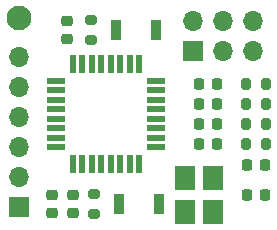
<source format=gbr>
%TF.GenerationSoftware,KiCad,Pcbnew,6.0.0-d3dd2cf0fa~116~ubuntu20.04.1*%
%TF.CreationDate,2022-01-27T11:36:16+01:00*%
%TF.ProjectId,ex00,65783030-2e6b-4696-9361-645f70636258,rev?*%
%TF.SameCoordinates,Original*%
%TF.FileFunction,Soldermask,Top*%
%TF.FilePolarity,Negative*%
%FSLAX46Y46*%
G04 Gerber Fmt 4.6, Leading zero omitted, Abs format (unit mm)*
G04 Created by KiCad (PCBNEW 6.0.0-d3dd2cf0fa~116~ubuntu20.04.1) date 2022-01-27 11:36:16*
%MOMM*%
%LPD*%
G01*
G04 APERTURE LIST*
G04 Aperture macros list*
%AMRoundRect*
0 Rectangle with rounded corners*
0 $1 Rounding radius*
0 $2 $3 $4 $5 $6 $7 $8 $9 X,Y pos of 4 corners*
0 Add a 4 corners polygon primitive as box body*
4,1,4,$2,$3,$4,$5,$6,$7,$8,$9,$2,$3,0*
0 Add four circle primitives for the rounded corners*
1,1,$1+$1,$2,$3*
1,1,$1+$1,$4,$5*
1,1,$1+$1,$6,$7*
1,1,$1+$1,$8,$9*
0 Add four rect primitives between the rounded corners*
20,1,$1+$1,$2,$3,$4,$5,0*
20,1,$1+$1,$4,$5,$6,$7,0*
20,1,$1+$1,$6,$7,$8,$9,0*
20,1,$1+$1,$8,$9,$2,$3,0*%
G04 Aperture macros list end*
%ADD10C,2.100000*%
%ADD11RoundRect,0.225000X-0.225000X-0.250000X0.225000X-0.250000X0.225000X0.250000X-0.225000X0.250000X0*%
%ADD12RoundRect,0.225000X0.250000X-0.225000X0.250000X0.225000X-0.250000X0.225000X-0.250000X-0.225000X0*%
%ADD13RoundRect,0.200000X0.275000X-0.200000X0.275000X0.200000X-0.275000X0.200000X-0.275000X-0.200000X0*%
%ADD14RoundRect,0.218750X0.218750X0.256250X-0.218750X0.256250X-0.218750X-0.256250X0.218750X-0.256250X0*%
%ADD15R,0.550000X1.600000*%
%ADD16R,1.600000X0.550000*%
%ADD17R,1.700000X1.700000*%
%ADD18O,1.700000X1.700000*%
%ADD19RoundRect,0.225000X-0.250000X0.225000X-0.250000X-0.225000X0.250000X-0.225000X0.250000X0.225000X0*%
%ADD20RoundRect,0.200000X-0.200000X-0.275000X0.200000X-0.275000X0.200000X0.275000X-0.200000X0.275000X0*%
%ADD21R,0.900000X1.700000*%
%ADD22RoundRect,0.200000X-0.275000X0.200000X-0.275000X-0.200000X0.275000X-0.200000X0.275000X0.200000X0*%
%ADD23R,1.800000X2.100000*%
G04 APERTURE END LIST*
D10*
%TO.C,H1*%
X61214000Y-73152000D03*
%TD*%
D11*
%TO.C,C2*%
X80505000Y-88138000D03*
X82055000Y-88138000D03*
%TD*%
D12*
%TO.C,C5*%
X65786000Y-89675000D03*
X65786000Y-88125000D03*
%TD*%
D13*
%TO.C,R2*%
X67564000Y-89725000D03*
X67564000Y-88075000D03*
%TD*%
D14*
%TO.C,D3*%
X78003500Y-80433333D03*
X76428500Y-80433333D03*
%TD*%
%TO.C,D1*%
X78003500Y-83820000D03*
X76428500Y-83820000D03*
%TD*%
D15*
%TO.C,U1*%
X65780000Y-85530000D03*
X66580000Y-85530000D03*
X67380000Y-85530000D03*
X68180000Y-85530000D03*
X68980000Y-85530000D03*
X69780000Y-85530000D03*
X70580000Y-85530000D03*
X71380000Y-85530000D03*
D16*
X72830000Y-84080000D03*
X72830000Y-83280000D03*
X72830000Y-82480000D03*
X72830000Y-81680000D03*
X72830000Y-80880000D03*
X72830000Y-80080000D03*
X72830000Y-79280000D03*
X72830000Y-78480000D03*
D15*
X71380000Y-77030000D03*
X70580000Y-77030000D03*
X69780000Y-77030000D03*
X68980000Y-77030000D03*
X68180000Y-77030000D03*
X67380000Y-77030000D03*
X66580000Y-77030000D03*
X65780000Y-77030000D03*
D16*
X64330000Y-78480000D03*
X64330000Y-79280000D03*
X64330000Y-80080000D03*
X64330000Y-80880000D03*
X64330000Y-81680000D03*
X64330000Y-82480000D03*
X64330000Y-83280000D03*
X64330000Y-84080000D03*
%TD*%
D14*
%TO.C,D2*%
X78003500Y-82126666D03*
X76428500Y-82126666D03*
%TD*%
D17*
%TO.C,J1*%
X61214000Y-89154000D03*
D18*
X61214000Y-86614000D03*
X61214000Y-84074000D03*
X61214000Y-81534000D03*
X61214000Y-78994000D03*
X61214000Y-76454000D03*
%TD*%
D17*
%TO.C,J2*%
X75946000Y-75946000D03*
D18*
X75946000Y-73406000D03*
X78486000Y-75946000D03*
X78486000Y-73406000D03*
X81026000Y-75946000D03*
X81026000Y-73406000D03*
%TD*%
D19*
%TO.C,C3*%
X65278000Y-73393000D03*
X65278000Y-74943000D03*
%TD*%
D12*
%TO.C,C4*%
X64008000Y-89675000D03*
X64008000Y-88125000D03*
%TD*%
D20*
%TO.C,R4*%
X80455000Y-82126666D03*
X82105000Y-82126666D03*
%TD*%
%TO.C,R6*%
X80455000Y-78740000D03*
X82105000Y-78740000D03*
%TD*%
D11*
%TO.C,C1*%
X80505000Y-85598000D03*
X82055000Y-85598000D03*
%TD*%
D14*
%TO.C,D4*%
X78003500Y-78740000D03*
X76428500Y-78740000D03*
%TD*%
D21*
%TO.C,SW1*%
X69420000Y-74168000D03*
X72820000Y-74168000D03*
%TD*%
D22*
%TO.C,R1*%
X67310000Y-73343000D03*
X67310000Y-74993000D03*
%TD*%
D20*
%TO.C,R5*%
X80455000Y-80433333D03*
X82105000Y-80433333D03*
%TD*%
%TO.C,R3*%
X80455000Y-83820000D03*
X82105000Y-83820000D03*
%TD*%
D21*
%TO.C,SW2*%
X69674000Y-88900000D03*
X73074000Y-88900000D03*
%TD*%
D23*
%TO.C,Y1*%
X77604000Y-89588000D03*
X77604000Y-86688000D03*
X75304000Y-86688000D03*
X75304000Y-89588000D03*
%TD*%
M02*

</source>
